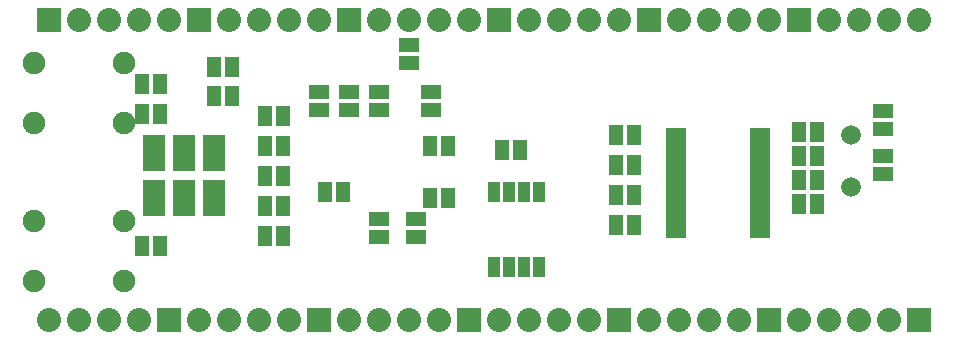
<source format=gbs>
G04 (created by PCBNEW-RS274X (2012-01-19 BZR 3256)-stable) date Mon 24 Sep 2012 12:54:10 AM COT*
G01*
G70*
G90*
%MOIN*%
G04 Gerber Fmt 3.4, Leading zero omitted, Abs format*
%FSLAX34Y34*%
G04 APERTURE LIST*
%ADD10C,0.006000*%
%ADD11R,0.045000X0.065000*%
%ADD12R,0.065000X0.045000*%
%ADD13R,0.080000X0.080000*%
%ADD14C,0.080000*%
%ADD15C,0.065400*%
%ADD16C,0.075000*%
%ADD17R,0.040000X0.065000*%
%ADD18R,0.075000X0.120000*%
%ADD19R,0.070000X0.036000*%
G04 APERTURE END LIST*
G54D10*
G54D11*
X58900Y-28400D03*
X59500Y-28400D03*
X43700Y-23700D03*
X43100Y-23700D03*
X45500Y-23125D03*
X46100Y-23125D03*
X45500Y-24075D03*
X46100Y-24075D03*
X43100Y-29100D03*
X43700Y-29100D03*
G54D12*
X67800Y-25200D03*
X67800Y-24600D03*
G54D11*
X65000Y-26100D03*
X65600Y-26100D03*
X65000Y-26900D03*
X65600Y-26900D03*
X65000Y-27700D03*
X65600Y-27700D03*
X65000Y-25300D03*
X65600Y-25300D03*
G54D12*
X67800Y-26700D03*
X67800Y-26100D03*
G54D11*
X47800Y-28750D03*
X47200Y-28750D03*
X47800Y-27750D03*
X47200Y-27750D03*
X47800Y-26750D03*
X47200Y-26750D03*
X47800Y-25750D03*
X47200Y-25750D03*
X47800Y-24750D03*
X47200Y-24750D03*
G54D12*
X49000Y-23950D03*
X49000Y-24550D03*
X50000Y-23950D03*
X50000Y-24550D03*
X51000Y-23950D03*
X51000Y-24550D03*
X52750Y-23950D03*
X52750Y-24550D03*
G54D11*
X53300Y-25750D03*
X52700Y-25750D03*
X53300Y-27500D03*
X52700Y-27500D03*
G54D12*
X52250Y-28800D03*
X52250Y-28200D03*
X51000Y-28800D03*
X51000Y-28200D03*
G54D11*
X49200Y-27300D03*
X49800Y-27300D03*
G54D12*
X52000Y-23000D03*
X52000Y-22400D03*
G54D11*
X55100Y-25900D03*
X55700Y-25900D03*
G54D13*
X64000Y-31550D03*
G54D14*
X63000Y-31550D03*
X62000Y-31550D03*
X61000Y-31550D03*
X60000Y-31550D03*
G54D13*
X59000Y-31550D03*
G54D14*
X58000Y-31550D03*
X57000Y-31550D03*
X56000Y-31550D03*
X55000Y-31550D03*
G54D13*
X54000Y-31550D03*
G54D14*
X53000Y-31550D03*
X52000Y-31550D03*
X51000Y-31550D03*
X50000Y-31550D03*
G54D13*
X49000Y-31550D03*
G54D14*
X48000Y-31550D03*
X47000Y-31550D03*
X46000Y-31550D03*
X45000Y-31550D03*
G54D13*
X44000Y-31550D03*
G54D14*
X43000Y-31550D03*
X42000Y-31550D03*
X41000Y-31550D03*
X40000Y-31550D03*
G54D13*
X40000Y-21550D03*
G54D14*
X41000Y-21550D03*
X42000Y-21550D03*
X43000Y-21550D03*
X44000Y-21550D03*
G54D13*
X45000Y-21550D03*
G54D14*
X46000Y-21550D03*
X47000Y-21550D03*
X48000Y-21550D03*
X49000Y-21550D03*
G54D13*
X50000Y-21550D03*
G54D14*
X51000Y-21550D03*
X52000Y-21550D03*
X53000Y-21550D03*
X54000Y-21550D03*
G54D13*
X55000Y-21550D03*
G54D14*
X56000Y-21550D03*
X57000Y-21550D03*
X58000Y-21550D03*
X59000Y-21550D03*
G54D13*
X60000Y-21550D03*
G54D14*
X61000Y-21550D03*
X62000Y-21550D03*
X63000Y-21550D03*
X64000Y-21550D03*
G54D13*
X65000Y-21550D03*
G54D14*
X66000Y-21550D03*
X67000Y-21550D03*
X68000Y-21550D03*
X69000Y-21550D03*
G54D13*
X69000Y-31550D03*
G54D14*
X68000Y-31550D03*
X67000Y-31550D03*
X66000Y-31550D03*
X65000Y-31550D03*
G54D15*
X66744Y-25384D03*
X66744Y-27116D03*
G54D16*
X42500Y-28250D03*
X42500Y-30250D03*
X39500Y-28250D03*
X39500Y-30250D03*
X42500Y-23000D03*
X42500Y-25000D03*
X39500Y-23000D03*
X39500Y-25000D03*
G54D17*
X56350Y-27300D03*
X55850Y-27300D03*
X55350Y-27300D03*
X54850Y-27300D03*
X54850Y-29800D03*
X55350Y-29800D03*
X55850Y-29800D03*
X56350Y-29800D03*
G54D11*
X58900Y-27400D03*
X59500Y-27400D03*
X58900Y-25400D03*
X59500Y-25400D03*
X58900Y-26400D03*
X59500Y-26400D03*
X43700Y-24700D03*
X43100Y-24700D03*
G54D18*
X43500Y-26000D03*
X44500Y-26000D03*
X45500Y-26000D03*
X45500Y-27500D03*
X44500Y-27500D03*
X43500Y-27500D03*
G54D19*
X60900Y-28650D03*
X60900Y-28400D03*
X60900Y-28140D03*
X60900Y-27880D03*
X60900Y-27630D03*
X60900Y-27370D03*
X60900Y-27110D03*
X60900Y-26860D03*
X60900Y-26600D03*
X60900Y-26350D03*
X60900Y-26090D03*
X60900Y-25830D03*
X60900Y-25580D03*
X60900Y-25320D03*
X63700Y-25320D03*
X63700Y-25580D03*
X63700Y-25820D03*
X63700Y-26090D03*
X63700Y-26350D03*
X63700Y-26600D03*
X63700Y-26860D03*
X63700Y-27110D03*
X63700Y-27370D03*
X63700Y-27630D03*
X63700Y-27880D03*
X63700Y-28140D03*
X63700Y-28400D03*
X63700Y-28650D03*
M02*

</source>
